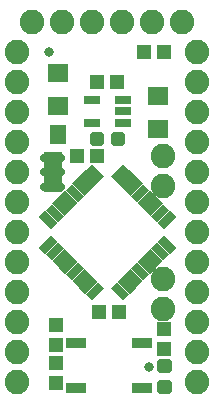
<source format=gbr>
G04 EAGLE Gerber RS-274X export*
G75*
%MOMM*%
%FSLAX34Y34*%
%LPD*%
%INSoldermask Top*%
%IPPOS*%
%AMOC8*
5,1,8,0,0,1.08239X$1,22.5*%
G01*
%ADD10R,1.303200X1.203200*%
%ADD11R,1.803200X1.603200*%
%ADD12C,0.505344*%
%ADD13R,1.203200X1.303200*%
%ADD14R,1.403200X0.753200*%
%ADD15C,2.082800*%
%ADD16R,1.473200X0.762000*%
%ADD17R,0.762000X1.473200*%
%ADD18C,0.838200*%
%ADD19R,1.473200X0.838200*%
%ADD20R,1.727200X0.965200*%
%ADD21C,0.653200*%
%ADD22R,1.534159X3.495041*%


D10*
X80382Y204216D03*
X63382Y204216D03*
D11*
X46990Y274350D03*
X46990Y246350D03*
D10*
X97400Y266700D03*
X80400Y266700D03*
D12*
X94434Y222184D02*
X94434Y215204D01*
X94434Y222184D02*
X101414Y222184D01*
X101414Y215204D01*
X94434Y215204D01*
X94434Y220004D02*
X101414Y220004D01*
X76894Y222184D02*
X76894Y215204D01*
X76894Y222184D02*
X83874Y222184D01*
X83874Y215204D01*
X76894Y215204D01*
X76894Y220004D02*
X83874Y220004D01*
D13*
X45466Y43824D03*
X45466Y60824D03*
D10*
X98670Y72390D03*
X81670Y72390D03*
D13*
X45466Y12074D03*
X45466Y29074D03*
X137160Y57522D03*
X137160Y40522D03*
D12*
X133670Y11992D02*
X140650Y11992D01*
X140650Y5012D01*
X133670Y5012D01*
X133670Y11992D01*
X133670Y9812D02*
X140650Y9812D01*
X140650Y29532D02*
X133670Y29532D01*
X140650Y29532D02*
X140650Y22552D01*
X133670Y22552D01*
X133670Y29532D01*
X133670Y27352D02*
X140650Y27352D01*
D14*
X101901Y232308D03*
X101901Y241808D03*
X101901Y251308D03*
X75899Y251308D03*
X75899Y232308D03*
D11*
X132080Y227300D03*
X132080Y255300D03*
D15*
X165100Y292100D03*
X165100Y266700D03*
X165100Y241300D03*
X165100Y215900D03*
X165100Y190500D03*
X165100Y165100D03*
X165100Y139700D03*
X165100Y114300D03*
X165100Y88900D03*
X165100Y63500D03*
X165100Y38100D03*
X165100Y12700D03*
X12700Y12700D03*
X12700Y38100D03*
X12700Y63500D03*
X12700Y88900D03*
X12700Y114300D03*
X12700Y139700D03*
X12700Y165100D03*
X12700Y190500D03*
X12700Y215900D03*
X12700Y241300D03*
X12700Y266700D03*
X12700Y292100D03*
X135890Y179070D03*
X135890Y204470D03*
D16*
G36*
X80860Y181950D02*
X70444Y192366D01*
X75832Y197754D01*
X86248Y187338D01*
X80860Y181950D01*
G37*
G36*
X75203Y176293D02*
X64787Y186709D01*
X70175Y192097D01*
X80591Y181681D01*
X75203Y176293D01*
G37*
G36*
X69546Y170637D02*
X59130Y181053D01*
X64518Y186441D01*
X74934Y176025D01*
X69546Y170637D01*
G37*
G36*
X63889Y164980D02*
X53473Y175396D01*
X58861Y180784D01*
X69277Y170368D01*
X63889Y164980D01*
G37*
G36*
X58232Y159323D02*
X47816Y169739D01*
X53204Y175127D01*
X63620Y164711D01*
X58232Y159323D01*
G37*
G36*
X52575Y153666D02*
X42159Y164082D01*
X47547Y169470D01*
X57963Y159054D01*
X52575Y153666D01*
G37*
G36*
X46919Y148009D02*
X36503Y158425D01*
X41891Y163813D01*
X52307Y153397D01*
X46919Y148009D01*
G37*
G36*
X41262Y142352D02*
X30846Y152768D01*
X36234Y158156D01*
X46650Y147740D01*
X41262Y142352D01*
G37*
D17*
G36*
X36234Y121244D02*
X30846Y126632D01*
X41262Y137048D01*
X46650Y131660D01*
X36234Y121244D01*
G37*
G36*
X41891Y115587D02*
X36503Y120975D01*
X46919Y131391D01*
X52307Y126003D01*
X41891Y115587D01*
G37*
G36*
X47547Y109930D02*
X42159Y115318D01*
X52575Y125734D01*
X57963Y120346D01*
X47547Y109930D01*
G37*
G36*
X53204Y104273D02*
X47816Y109661D01*
X58232Y120077D01*
X63620Y114689D01*
X53204Y104273D01*
G37*
G36*
X58861Y98616D02*
X53473Y104004D01*
X63889Y114420D01*
X69277Y109032D01*
X58861Y98616D01*
G37*
G36*
X64518Y92959D02*
X59130Y98347D01*
X69546Y108763D01*
X74934Y103375D01*
X64518Y92959D01*
G37*
G36*
X70175Y87303D02*
X64787Y92691D01*
X75203Y103107D01*
X80591Y97719D01*
X70175Y87303D01*
G37*
G36*
X75832Y81646D02*
X70444Y87034D01*
X80860Y97450D01*
X86248Y92062D01*
X75832Y81646D01*
G37*
D16*
G36*
X101968Y81646D02*
X91552Y92062D01*
X96940Y97450D01*
X107356Y87034D01*
X101968Y81646D01*
G37*
G36*
X107625Y87303D02*
X97209Y97719D01*
X102597Y103107D01*
X113013Y92691D01*
X107625Y87303D01*
G37*
G36*
X113282Y92959D02*
X102866Y103375D01*
X108254Y108763D01*
X118670Y98347D01*
X113282Y92959D01*
G37*
G36*
X118939Y98616D02*
X108523Y109032D01*
X113911Y114420D01*
X124327Y104004D01*
X118939Y98616D01*
G37*
G36*
X124596Y104273D02*
X114180Y114689D01*
X119568Y120077D01*
X129984Y109661D01*
X124596Y104273D01*
G37*
G36*
X130253Y109930D02*
X119837Y120346D01*
X125225Y125734D01*
X135641Y115318D01*
X130253Y109930D01*
G37*
G36*
X135909Y115587D02*
X125493Y126003D01*
X130881Y131391D01*
X141297Y120975D01*
X135909Y115587D01*
G37*
G36*
X141566Y121244D02*
X131150Y131660D01*
X136538Y137048D01*
X146954Y126632D01*
X141566Y121244D01*
G37*
D17*
G36*
X136538Y142352D02*
X131150Y147740D01*
X141566Y158156D01*
X146954Y152768D01*
X136538Y142352D01*
G37*
G36*
X130881Y148009D02*
X125493Y153397D01*
X135909Y163813D01*
X141297Y158425D01*
X130881Y148009D01*
G37*
G36*
X125225Y153666D02*
X119837Y159054D01*
X130253Y169470D01*
X135641Y164082D01*
X125225Y153666D01*
G37*
G36*
X119568Y159323D02*
X114180Y164711D01*
X124596Y175127D01*
X129984Y169739D01*
X119568Y159323D01*
G37*
G36*
X113911Y164980D02*
X108523Y170368D01*
X118939Y180784D01*
X124327Y175396D01*
X113911Y164980D01*
G37*
G36*
X108254Y170637D02*
X102866Y176025D01*
X113282Y186441D01*
X118670Y181053D01*
X108254Y170637D01*
G37*
G36*
X102597Y176293D02*
X97209Y181681D01*
X107625Y192097D01*
X113013Y186709D01*
X102597Y176293D01*
G37*
G36*
X96940Y181950D02*
X91552Y187338D01*
X101968Y197754D01*
X107356Y192366D01*
X96940Y181950D01*
G37*
D15*
X152400Y317500D03*
X127000Y317500D03*
X101600Y317500D03*
X76200Y317500D03*
X50800Y317500D03*
X25400Y317500D03*
D10*
X136516Y292100D03*
X119516Y292100D03*
D18*
X39370Y292100D03*
X124460Y25400D03*
D19*
X46990Y226369D03*
X46990Y218131D03*
D20*
X118110Y7620D03*
X62230Y7620D03*
X118110Y45720D03*
X62230Y45720D03*
D15*
X135890Y74930D03*
X135890Y100330D03*
D21*
X49693Y178246D02*
X35143Y178246D01*
X35143Y190246D02*
X49693Y190246D01*
X49693Y202246D02*
X35143Y202246D01*
D22*
X42443Y190221D03*
M02*

</source>
